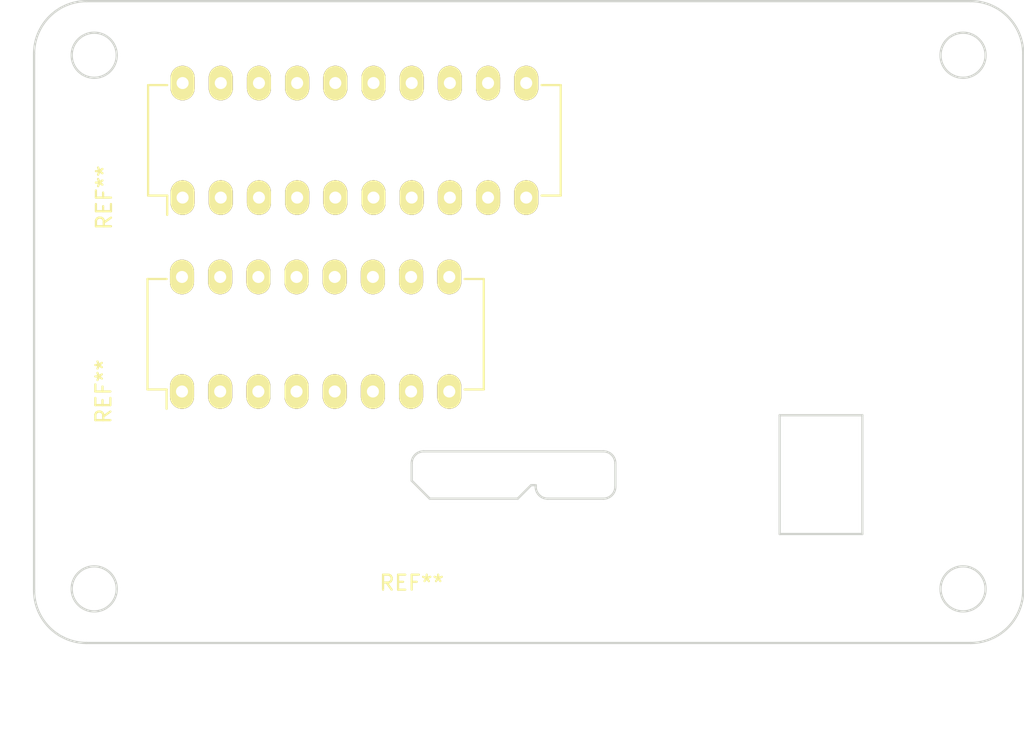
<source format=kicad_pcb>
(kicad_pcb (version 4) (host pcbnew no-bzr-kicad_new3d-viewer)

  (general
    (links 0)
    (no_connects 0)
    (area 89.782143 36.374999 158.275001 85.3425)
    (thickness 1.6)
    (drawings 17)
    (tracks 1)
    (zones 0)
    (modules 5)
    (nets 1)
  )

  (page A4)
  (layers
    (0 F.Cu signal)
    (31 B.Cu signal)
    (32 B.Adhes user)
    (33 F.Adhes user)
    (34 B.Paste user)
    (35 F.Paste user)
    (36 B.SilkS user)
    (37 F.SilkS user)
    (38 B.Mask user)
    (39 F.Mask user)
    (40 Dwgs.User user)
    (41 Cmts.User user)
    (42 Eco1.User user)
    (43 Eco2.User user)
    (44 Edge.Cuts user)
    (45 Margin user)
    (46 B.CrtYd user)
    (47 F.CrtYd user)
    (48 B.Fab user)
    (49 F.Fab user)
  )

  (setup
    (last_trace_width 0.25)
    (trace_clearance 0.2)
    (zone_clearance 0.508)
    (zone_45_only no)
    (trace_min 0.2)
    (segment_width 0.15)
    (edge_width 0.15)
    (via_size 0.6)
    (via_drill 0.4)
    (via_min_size 0.4)
    (via_min_drill 0.3)
    (uvia_size 0.3)
    (uvia_drill 0.1)
    (uvias_allowed no)
    (uvia_min_size 0.2)
    (uvia_min_drill 0.1)
    (pcb_text_width 0.3)
    (pcb_text_size 1.5 1.5)
    (mod_edge_width 0.15)
    (mod_text_size 1 1)
    (mod_text_width 0.15)
    (pad_size 1.524 1.524)
    (pad_drill 0.762)
    (pad_to_mask_clearance 0.2)
    (aux_axis_origin 0 0)
    (visible_elements 7FFFFFFF)
    (pcbplotparams
      (layerselection 0x00030_ffffffff)
      (usegerberextensions false)
      (excludeedgelayer true)
      (linewidth 0.100000)
      (plotframeref false)
      (viasonmask false)
      (mode 1)
      (useauxorigin false)
      (hpglpennumber 1)
      (hpglpenspeed 20)
      (hpglpendiameter 15)
      (psnegative false)
      (psa4output false)
      (plotreference true)
      (plotvalue true)
      (plotinvisibletext false)
      (padsonsilk false)
      (subtractmaskfromsilk false)
      (outputformat 1)
      (mirror false)
      (drillshape 1)
      (scaleselection 1)
      (outputdirectory ""))
  )

  (net 0 "")

  (net_class Default "This is the default net class."
    (clearance 0.2)
    (trace_width 0.25)
    (via_dia 0.6)
    (via_drill 0.4)
    (uvia_dia 0.3)
    (uvia_drill 0.1)
  )

  (module Ohisja:3 (layer F.Cu) (tedit 5734E358) (tstamp 5734E57A)
    (at 117.32 71.85)
    (fp_text reference REF** (at 0 3.5) (layer F.SilkS)
      (effects (font (size 1 1) (thickness 0.15)))
    )
    (fp_text value 3 (at 0 2) (layer F.Fab)
      (effects (font (size 1 1) (thickness 0.15)))
    )
    (fp_line (start 13.55 -2.9) (end 13.55 0) (layer Dwgs.User) (width 0.15))
    (fp_line (start 13.55 -4.45) (end 13.55 -2.9) (layer Edge.Cuts) (width 0.15))
    (fp_line (start 0 -4.45) (end 0 -3.3) (layer Edge.Cuts) (width 0.15))
    (fp_line (start 7.95 -3) (end 8.25 -3) (layer Edge.Cuts) (width 0.15))
    (fp_line (start 1.2 -2.1) (end 0 -3.3) (layer Edge.Cuts) (width 0.15))
    (fp_line (start 7.05 -2.1) (end 1.2 -2.1) (layer Edge.Cuts) (width 0.15))
    (fp_line (start 7.95 -3) (end 7.05 -2.1) (layer Edge.Cuts) (width 0.15))
    (fp_line (start 8.25 -2.9) (end 8.25 -3) (layer Edge.Cuts) (width 0.15))
    (fp_arc (start 12.75 -4.45) (end 12.75 -5.25) (angle 90) (layer Edge.Cuts) (width 0.15))
    (fp_arc (start 12.75 -2.9) (end 13.55 -2.9) (angle 90) (layer Edge.Cuts) (width 0.15))
    (fp_arc (start 0.8 -4.45) (end 0 -4.45) (angle 90) (layer Edge.Cuts) (width 0.15))
    (fp_line (start 0 -3.3) (end 0 0) (layer Dwgs.User) (width 0.15))
    (fp_line (start 12.75 -5.25) (end 0.8 -5.25) (layer Edge.Cuts) (width 0.15))
    (fp_line (start 0 0) (end 13.55 0) (layer Dwgs.User) (width 0.15))
    (fp_line (start 9.05 -2.1) (end 12.75 -2.1) (layer Edge.Cuts) (width 0.15))
    (fp_arc (start 9.05 -2.9) (end 9.05 -2.1) (angle 90) (layer Edge.Cuts) (width 0.15))
  )

  (module Ohisja:1 (layer F.Cu) (tedit 57338AA8) (tstamp 5734E83C)
    (at 92.2 79.35)
    (fp_text reference REF** (at 0 4.9) (layer Dwgs.User)
      (effects (font (size 1 1) (thickness 0.15)))
    )
    (fp_text value 1 (at 0 2.8) (layer F.Fab)
      (effects (font (size 1 1) (thickness 0.15)))
    )
    (fp_line (start 4.5 -9.6) (end 3 -8.7) (layer Dwgs.User) (width 0.15))
    (fp_line (start 4.5 -7.9) (end 4.5 -9.6) (layer Dwgs.User) (width 0.15))
    (fp_line (start 61.3 -9.6) (end 62.8 -8.7) (layer Dwgs.User) (width 0.15))
    (fp_line (start 61.3 -7.9) (end 61.3 -9.6) (layer Dwgs.User) (width 0.15))
    (fp_line (start 57 -3) (end 57 -1.8) (layer Dwgs.User) (width 0.15))
    (fp_line (start 58 -3) (end 57 -3) (layer Dwgs.User) (width 0.15))
    (fp_line (start 58 -1.8) (end 58 -3) (layer Dwgs.User) (width 0.15))
    (fp_line (start 60 -1.8) (end 60 -3.3) (layer Dwgs.User) (width 0.15))
    (fp_line (start 3 -7.9) (end 4.5 -7.9) (layer Dwgs.User) (width 0.15))
    (fp_line (start 3 -5.8) (end 4.5 -5.8) (layer Dwgs.User) (width 0.15))
    (fp_circle (center 4 -3.6) (end 5.5 -3.6) (layer Dwgs.User) (width 0.15))
    (fp_line (start 3 -1.8) (end 62.8 -1.8) (layer Dwgs.User) (width 0.15))
    (fp_line (start 62.8 -1.8) (end 62.8 -40.9) (layer Dwgs.User) (width 0.15))
    (fp_line (start 3 -40.9) (end 3 -1.8) (layer Dwgs.User) (width 0.15))
    (fp_arc (start 3.5 -39.2) (end 0 -39.2) (angle 90) (layer Dwgs.User) (width 0.15))
    (fp_arc (start 62.3 -3.5) (end 65.8 -3.5) (angle 90) (layer Dwgs.User) (width 0.15))
    (fp_arc (start 3.5 -3.5) (end 3.5 0) (angle 90) (layer Dwgs.User) (width 0.15))
    (fp_arc (start 62.3 -39.2) (end 62.3 -42.7) (angle 90) (layer Dwgs.User) (width 0.15))
    (fp_line (start 65.8 -39.2) (end 65.8 -3.5) (layer Dwgs.User) (width 0.15))
    (fp_line (start 62.3 0) (end 3.5 0) (layer Dwgs.User) (width 0.15))
    (fp_line (start 0 -3.5) (end 0 -39.2) (layer Dwgs.User) (width 0.15))
    (fp_line (start 3.5 -42.7) (end 62.3 -42.7) (layer Dwgs.User) (width 0.15))
    (fp_circle (center 61.8 -3.6) (end 63.3 -3.6) (layer Dwgs.User) (width 0.15))
    (fp_line (start 3.8 -3.8) (end 4.2 -3.4) (layer Dwgs.User) (width 0.15))
    (fp_line (start 61.6 -3.8) (end 62 -3.4) (layer Dwgs.User) (width 0.15))
    (fp_line (start 62 -3.8) (end 61.6 -3.4) (layer Dwgs.User) (width 0.15))
    (fp_line (start 4.2 -3.8) (end 3.8 -3.4) (layer Dwgs.User) (width 0.15))
    (fp_line (start 3.3 -3.7) (end 3.7 -3.3) (layer Dwgs.User) (width 0.15))
    (fp_line (start 3.7 -3.7) (end 3.3 -3.3) (layer Dwgs.User) (width 0.15))
    (fp_line (start 62.5 -3.7) (end 62.1 -3.3) (layer Dwgs.User) (width 0.15))
    (fp_line (start 62.1 -3.7) (end 62.5 -3.3) (layer Dwgs.User) (width 0.15))
    (fp_line (start 61.3 -5.8) (end 62.8 -5.8) (layer Dwgs.User) (width 0.15))
    (fp_line (start 61.3 -7.9) (end 62.8 -7.9) (layer Dwgs.User) (width 0.15))
    (fp_line (start 5.8 -1.8) (end 5.8 -3.3) (layer Dwgs.User) (width 0.15))
    (fp_line (start 7.8 -1.8) (end 7.8 -3) (layer Dwgs.User) (width 0.15))
    (fp_line (start 7.8 -3) (end 8.8 -3) (layer Dwgs.User) (width 0.15))
    (fp_line (start 8.8 -3) (end 8.8 -1.8) (layer Dwgs.User) (width 0.15))
    (fp_line (start 3.8 -38.9) (end 4.2 -39.3) (layer Dwgs.User) (width 0.15))
    (fp_line (start 4.2 -38.9) (end 3.8 -39.3) (layer Dwgs.User) (width 0.15))
    (fp_line (start 4.5 -36.9) (end 3 -36.9) (layer Dwgs.User) (width 0.15))
    (fp_line (start 4.5 -33.1) (end 3 -34) (layer Dwgs.User) (width 0.15))
    (fp_line (start 4.5 -34.8) (end 3 -34.8) (layer Dwgs.User) (width 0.15))
    (fp_line (start 4.5 -34.8) (end 4.5 -33.1) (layer Dwgs.User) (width 0.15))
    (fp_circle (center 61.8 -39.1) (end 60.3 -39.1) (layer Dwgs.User) (width 0.15))
    (fp_line (start 62.8 -40.9) (end 3 -40.9) (layer Dwgs.User) (width 0.15))
    (fp_line (start 3.3 -39) (end 3.7 -39.4) (layer Dwgs.User) (width 0.15))
    (fp_line (start 5.8 -40.9) (end 5.8 -39.4) (layer Dwgs.User) (width 0.15))
    (fp_line (start 8.8 -39.7) (end 8.8 -40.9) (layer Dwgs.User) (width 0.15))
    (fp_line (start 7.8 -40.9) (end 7.8 -39.7) (layer Dwgs.User) (width 0.15))
    (fp_line (start 7.8 -39.7) (end 8.8 -39.7) (layer Dwgs.User) (width 0.15))
    (fp_line (start 3.7 -39) (end 3.3 -39.4) (layer Dwgs.User) (width 0.15))
    (fp_circle (center 4 -39.1) (end 2.5 -39.1) (layer Dwgs.User) (width 0.15))
    (fp_line (start 62.8 -34.8) (end 61.3 -34.8) (layer Dwgs.User) (width 0.15))
    (fp_line (start 61.3 -33.1) (end 62.8 -34) (layer Dwgs.User) (width 0.15))
    (fp_line (start 61.3 -34.8) (end 61.3 -33.1) (layer Dwgs.User) (width 0.15))
    (fp_line (start 62.8 -36.9) (end 61.3 -36.9) (layer Dwgs.User) (width 0.15))
    (fp_line (start 62.1 -39) (end 62.5 -39.4) (layer Dwgs.User) (width 0.15))
    (fp_line (start 62.5 -39) (end 62.1 -39.4) (layer Dwgs.User) (width 0.15))
    (fp_line (start 61.6 -38.9) (end 62 -39.3) (layer Dwgs.User) (width 0.15))
    (fp_line (start 62 -38.9) (end 61.6 -39.3) (layer Dwgs.User) (width 0.15))
    (fp_line (start 58 -40.9) (end 58 -39.7) (layer Dwgs.User) (width 0.15))
    (fp_line (start 60 -40.9) (end 60 -39.4) (layer Dwgs.User) (width 0.15))
    (fp_line (start 57 -39.7) (end 57 -40.9) (layer Dwgs.User) (width 0.15))
    (fp_line (start 58 -39.7) (end 57 -39.7) (layer Dwgs.User) (width 0.15))
  )

  (module Ohisja:4 (layer F.Cu) (tedit 5734E612) (tstamp 5734EA4E)
    (at 142.05 71.8)
    (fp_text reference REF** (at 0 3.5) (layer Dwgs.User)
      (effects (font (size 1 1) (thickness 0.15)))
    )
    (fp_text value 4 (at 0 2.5) (layer F.Fab)
      (effects (font (size 1 1) (thickness 0.15)))
    )
    (fp_circle (center 2.5 -4.7) (end 4.6 -4.7) (layer Dwgs.User) (width 0.15))
    (fp_circle (center 2.5 -4.7) (end 3.15 -4.7) (layer Dwgs.User) (width 0.15))
    (fp_line (start 0 -7.4) (end 0 0) (layer Dwgs.User) (width 0.15))
    (fp_line (start 5 -7.4) (end 0 -7.4) (layer Dwgs.User) (width 0.15))
    (fp_line (start 5 0) (end 5 -7.4) (layer Dwgs.User) (width 0.15))
    (fp_line (start 0 0) (end 5 0) (layer Dwgs.User) (width 0.15))
  )

  (module Housings_DIP:DIP-16_W7.62mm_LongPads (layer F.Cu) (tedit 54130A77) (tstamp 5734EB4A)
    (at 102.04 62.62 90)
    (descr "16-lead dip package, row spacing 7.62 mm (300 mils), longer pads")
    (tags "dil dip 2.54 300")
    (fp_text reference REF** (at 0 -5.22 90) (layer F.SilkS)
      (effects (font (size 1 1) (thickness 0.15)))
    )
    (fp_text value DIP-16_W7.62mm_LongPads (at 0 -3.72 90) (layer F.Fab)
      (effects (font (size 1 1) (thickness 0.15)))
    )
    (fp_line (start -1.4 -2.45) (end -1.4 20.25) (layer F.CrtYd) (width 0.05))
    (fp_line (start 9 -2.45) (end 9 20.25) (layer F.CrtYd) (width 0.05))
    (fp_line (start -1.4 -2.45) (end 9 -2.45) (layer F.CrtYd) (width 0.05))
    (fp_line (start -1.4 20.25) (end 9 20.25) (layer F.CrtYd) (width 0.05))
    (fp_line (start 0.135 -2.295) (end 0.135 -1.025) (layer F.SilkS) (width 0.15))
    (fp_line (start 7.485 -2.295) (end 7.485 -1.025) (layer F.SilkS) (width 0.15))
    (fp_line (start 7.485 20.075) (end 7.485 18.805) (layer F.SilkS) (width 0.15))
    (fp_line (start 0.135 20.075) (end 0.135 18.805) (layer F.SilkS) (width 0.15))
    (fp_line (start 0.135 -2.295) (end 7.485 -2.295) (layer F.SilkS) (width 0.15))
    (fp_line (start 0.135 20.075) (end 7.485 20.075) (layer F.SilkS) (width 0.15))
    (fp_line (start 0.135 -1.025) (end -1.15 -1.025) (layer F.SilkS) (width 0.15))
    (pad 1 thru_hole oval (at 0 0 90) (size 2.3 1.6) (drill 0.8) (layers *.Cu *.Mask F.SilkS))
    (pad 2 thru_hole oval (at 0 2.54 90) (size 2.3 1.6) (drill 0.8) (layers *.Cu *.Mask F.SilkS))
    (pad 3 thru_hole oval (at 0 5.08 90) (size 2.3 1.6) (drill 0.8) (layers *.Cu *.Mask F.SilkS))
    (pad 4 thru_hole oval (at 0 7.62 90) (size 2.3 1.6) (drill 0.8) (layers *.Cu *.Mask F.SilkS))
    (pad 5 thru_hole oval (at 0 10.16 90) (size 2.3 1.6) (drill 0.8) (layers *.Cu *.Mask F.SilkS))
    (pad 6 thru_hole oval (at 0 12.7 90) (size 2.3 1.6) (drill 0.8) (layers *.Cu *.Mask F.SilkS))
    (pad 7 thru_hole oval (at 0 15.24 90) (size 2.3 1.6) (drill 0.8) (layers *.Cu *.Mask F.SilkS))
    (pad 8 thru_hole oval (at 0 17.78 90) (size 2.3 1.6) (drill 0.8) (layers *.Cu *.Mask F.SilkS))
    (pad 9 thru_hole oval (at 7.62 17.78 90) (size 2.3 1.6) (drill 0.8) (layers *.Cu *.Mask F.SilkS))
    (pad 10 thru_hole oval (at 7.62 15.24 90) (size 2.3 1.6) (drill 0.8) (layers *.Cu *.Mask F.SilkS))
    (pad 11 thru_hole oval (at 7.62 12.7 90) (size 2.3 1.6) (drill 0.8) (layers *.Cu *.Mask F.SilkS))
    (pad 12 thru_hole oval (at 7.62 10.16 90) (size 2.3 1.6) (drill 0.8) (layers *.Cu *.Mask F.SilkS))
    (pad 13 thru_hole oval (at 7.62 7.62 90) (size 2.3 1.6) (drill 0.8) (layers *.Cu *.Mask F.SilkS))
    (pad 14 thru_hole oval (at 7.62 5.08 90) (size 2.3 1.6) (drill 0.8) (layers *.Cu *.Mask F.SilkS))
    (pad 15 thru_hole oval (at 7.62 2.54 90) (size 2.3 1.6) (drill 0.8) (layers *.Cu *.Mask F.SilkS))
    (pad 16 thru_hole oval (at 7.62 0 90) (size 2.3 1.6) (drill 0.8) (layers *.Cu *.Mask F.SilkS))
  )

  (module Housings_DIP:DIP-20_W7.62mm_LongPads (layer F.Cu) (tedit 54130A77) (tstamp 5734EB53)
    (at 102.08 49.72 90)
    (descr "20-lead dip package, row spacing 7.62 mm (300 mils), longer pads")
    (tags "dil dip 2.54 300")
    (fp_text reference REF** (at 0 -5.22 90) (layer F.SilkS)
      (effects (font (size 1 1) (thickness 0.15)))
    )
    (fp_text value DIP-20_W7.62mm_LongPads (at 0 -3.72 90) (layer F.Fab)
      (effects (font (size 1 1) (thickness 0.15)))
    )
    (fp_line (start -1.4 -2.45) (end -1.4 25.35) (layer F.CrtYd) (width 0.05))
    (fp_line (start 9 -2.45) (end 9 25.35) (layer F.CrtYd) (width 0.05))
    (fp_line (start -1.4 -2.45) (end 9 -2.45) (layer F.CrtYd) (width 0.05))
    (fp_line (start -1.4 25.35) (end 9 25.35) (layer F.CrtYd) (width 0.05))
    (fp_line (start 0.135 -2.295) (end 0.135 -1.025) (layer F.SilkS) (width 0.15))
    (fp_line (start 7.485 -2.295) (end 7.485 -1.025) (layer F.SilkS) (width 0.15))
    (fp_line (start 7.485 25.155) (end 7.485 23.885) (layer F.SilkS) (width 0.15))
    (fp_line (start 0.135 25.155) (end 0.135 23.885) (layer F.SilkS) (width 0.15))
    (fp_line (start 0.135 -2.295) (end 7.485 -2.295) (layer F.SilkS) (width 0.15))
    (fp_line (start 0.135 25.155) (end 7.485 25.155) (layer F.SilkS) (width 0.15))
    (fp_line (start 0.135 -1.025) (end -1.15 -1.025) (layer F.SilkS) (width 0.15))
    (pad 1 thru_hole oval (at 0 0 90) (size 2.3 1.6) (drill 0.8) (layers *.Cu *.Mask F.SilkS))
    (pad 2 thru_hole oval (at 0 2.54 90) (size 2.3 1.6) (drill 0.8) (layers *.Cu *.Mask F.SilkS))
    (pad 3 thru_hole oval (at 0 5.08 90) (size 2.3 1.6) (drill 0.8) (layers *.Cu *.Mask F.SilkS))
    (pad 4 thru_hole oval (at 0 7.62 90) (size 2.3 1.6) (drill 0.8) (layers *.Cu *.Mask F.SilkS))
    (pad 5 thru_hole oval (at 0 10.16 90) (size 2.3 1.6) (drill 0.8) (layers *.Cu *.Mask F.SilkS))
    (pad 6 thru_hole oval (at 0 12.7 90) (size 2.3 1.6) (drill 0.8) (layers *.Cu *.Mask F.SilkS))
    (pad 7 thru_hole oval (at 0 15.24 90) (size 2.3 1.6) (drill 0.8) (layers *.Cu *.Mask F.SilkS))
    (pad 8 thru_hole oval (at 0 17.78 90) (size 2.3 1.6) (drill 0.8) (layers *.Cu *.Mask F.SilkS))
    (pad 9 thru_hole oval (at 0 20.32 90) (size 2.3 1.6) (drill 0.8) (layers *.Cu *.Mask F.SilkS))
    (pad 10 thru_hole oval (at 0 22.86 90) (size 2.3 1.6) (drill 0.8) (layers *.Cu *.Mask F.SilkS))
    (pad 11 thru_hole oval (at 7.62 22.86 90) (size 2.3 1.6) (drill 0.8) (layers *.Cu *.Mask F.SilkS))
    (pad 12 thru_hole oval (at 7.62 20.32 90) (size 2.3 1.6) (drill 0.8) (layers *.Cu *.Mask F.SilkS))
    (pad 13 thru_hole oval (at 7.62 17.78 90) (size 2.3 1.6) (drill 0.8) (layers *.Cu *.Mask F.SilkS))
    (pad 14 thru_hole oval (at 7.62 15.24 90) (size 2.3 1.6) (drill 0.8) (layers *.Cu *.Mask F.SilkS))
    (pad 15 thru_hole oval (at 7.62 12.7 90) (size 2.3 1.6) (drill 0.8) (layers *.Cu *.Mask F.SilkS))
    (pad 16 thru_hole oval (at 7.62 10.16 90) (size 2.3 1.6) (drill 0.8) (layers *.Cu *.Mask F.SilkS))
    (pad 17 thru_hole oval (at 7.62 7.62 90) (size 2.3 1.6) (drill 0.8) (layers *.Cu *.Mask F.SilkS))
    (pad 18 thru_hole oval (at 7.62 5.08 90) (size 2.3 1.6) (drill 0.8) (layers *.Cu *.Mask F.SilkS))
    (pad 19 thru_hole oval (at 7.62 2.54 90) (size 2.3 1.6) (drill 0.8) (layers *.Cu *.Mask F.SilkS))
    (pad 20 thru_hole oval (at 7.62 0 90) (size 2.3 1.6) (drill 0.8) (layers *.Cu *.Mask F.SilkS))
  )

  (gr_line (start 141.8 64.2) (end 141.8 72.1) (layer Edge.Cuts) (width 0.15))
  (gr_line (start 147.3 64.2) (end 141.8 64.2) (layer Edge.Cuts) (width 0.15))
  (gr_line (start 147.3 72.1) (end 147.3 64.2) (layer Edge.Cuts) (width 0.15))
  (gr_line (start 141.8 72.1) (end 147.3 72.1) (layer Edge.Cuts) (width 0.15))
  (gr_line (start 95.2 71.85) (end 155 71.85) (layer Dwgs.User) (width 0.15))
  (gr_line (start 92.2 75.85) (end 92.2 40.15) (layer Edge.Cuts) (width 0.15))
  (gr_line (start 154.5 79.35) (end 95.7 79.35) (layer Edge.Cuts) (width 0.15))
  (gr_line (start 158 40.15) (end 158 75.85) (layer Edge.Cuts) (width 0.15))
  (gr_line (start 95.7 36.65) (end 154.5 36.65) (layer Edge.Cuts) (width 0.15))
  (gr_circle (center 96.2 40.25) (end 97.7 40.25) (layer Edge.Cuts) (width 0.15))
  (gr_circle (center 154 40.25) (end 155.5 40.25) (layer Edge.Cuts) (width 0.15))
  (gr_circle (center 154 75.75) (end 155.5 75.75) (layer Edge.Cuts) (width 0.15))
  (gr_circle (center 96.2 75.75) (end 97.7 75.75) (layer Edge.Cuts) (width 0.15))
  (gr_arc (start 95.7 75.85) (end 95.7 79.35) (angle 90) (layer Edge.Cuts) (width 0.15))
  (gr_arc (start 154.5 75.85) (end 158 75.85) (angle 90) (layer Edge.Cuts) (width 0.15))
  (gr_arc (start 154.5 40.15) (end 154.5 36.65) (angle 90) (layer Edge.Cuts) (width 0.15))
  (gr_arc (start 95.7 40.15) (end 92.2 40.15) (angle 90) (layer Edge.Cuts) (width 0.15))

  (segment (start 125.1 71.85) (end 125.1 71.45) (width 0.25) (layer Dwgs.User) (net 0))

)

</source>
